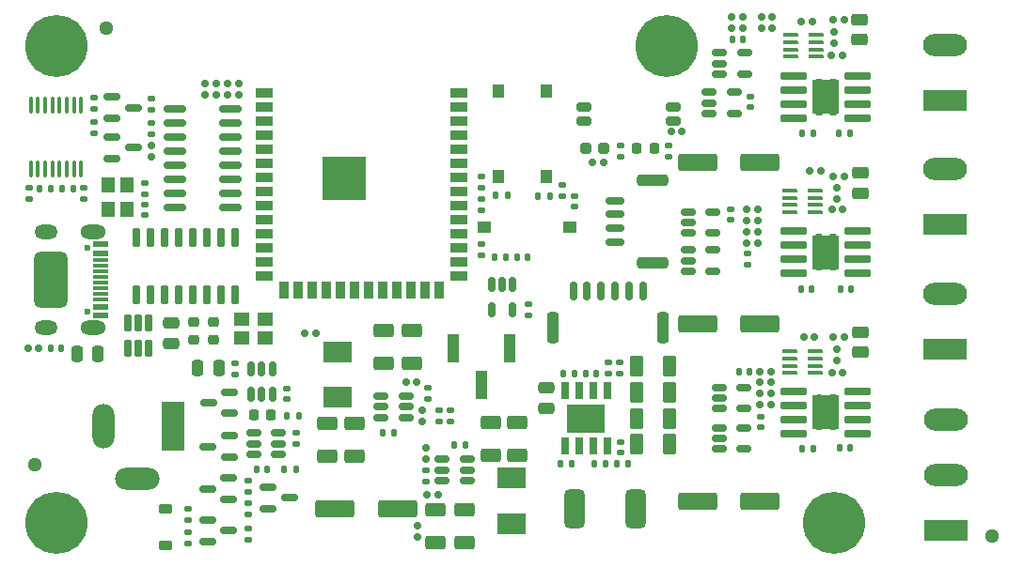
<source format=gbr>
%TF.GenerationSoftware,KiCad,Pcbnew,8.0.4*%
%TF.CreationDate,2025-02-12T19:06:00+01:00*%
%TF.ProjectId,SimpleLedController,53696d70-6c65-44c6-9564-436f6e74726f,A*%
%TF.SameCoordinates,Original*%
%TF.FileFunction,Soldermask,Top*%
%TF.FilePolarity,Negative*%
%FSLAX46Y46*%
G04 Gerber Fmt 4.6, Leading zero omitted, Abs format (unit mm)*
G04 Created by KiCad (PCBNEW 8.0.4) date 2025-02-12 19:06:00*
%MOMM*%
%LPD*%
G01*
G04 APERTURE LIST*
G04 Aperture macros list*
%AMRoundRect*
0 Rectangle with rounded corners*
0 $1 Rounding radius*
0 $2 $3 $4 $5 $6 $7 $8 $9 X,Y pos of 4 corners*
0 Add a 4 corners polygon primitive as box body*
4,1,4,$2,$3,$4,$5,$6,$7,$8,$9,$2,$3,0*
0 Add four circle primitives for the rounded corners*
1,1,$1+$1,$2,$3*
1,1,$1+$1,$4,$5*
1,1,$1+$1,$6,$7*
1,1,$1+$1,$8,$9*
0 Add four rect primitives between the rounded corners*
20,1,$1+$1,$2,$3,$4,$5,0*
20,1,$1+$1,$4,$5,$6,$7,0*
20,1,$1+$1,$6,$7,$8,$9,0*
20,1,$1+$1,$8,$9,$2,$3,0*%
G04 Aperture macros list end*
%ADD10RoundRect,0.135000X-0.135000X-0.185000X0.135000X-0.185000X0.135000X0.185000X-0.135000X0.185000X0*%
%ADD11RoundRect,0.140000X0.170000X-0.140000X0.170000X0.140000X-0.170000X0.140000X-0.170000X-0.140000X0*%
%ADD12R,1.000000X1.250000*%
%ADD13RoundRect,0.140000X-0.170000X0.140000X-0.170000X-0.140000X0.170000X-0.140000X0.170000X0.140000X0*%
%ADD14RoundRect,0.462500X-0.462500X-1.287500X0.462500X-1.287500X0.462500X1.287500X-0.462500X1.287500X0*%
%ADD15RoundRect,0.140000X0.140000X0.170000X-0.140000X0.170000X-0.140000X-0.170000X0.140000X-0.170000X0*%
%ADD16RoundRect,0.159000X-0.159000X-0.189000X0.159000X-0.189000X0.159000X0.189000X-0.159000X0.189000X0*%
%ADD17RoundRect,0.135000X-0.185000X0.135000X-0.185000X-0.135000X0.185000X-0.135000X0.185000X0.135000X0*%
%ADD18RoundRect,0.150000X-0.512500X-0.150000X0.512500X-0.150000X0.512500X0.150000X-0.512500X0.150000X0*%
%ADD19RoundRect,0.200000X0.450000X0.200000X-0.450000X0.200000X-0.450000X-0.200000X0.450000X-0.200000X0*%
%ADD20RoundRect,0.135000X0.185000X-0.135000X0.185000X0.135000X-0.185000X0.135000X-0.185000X-0.135000X0*%
%ADD21RoundRect,0.250000X-0.250000X-0.475000X0.250000X-0.475000X0.250000X0.475000X-0.250000X0.475000X0*%
%ADD22C,5.600000*%
%ADD23RoundRect,0.150000X-0.587500X-0.150000X0.587500X-0.150000X0.587500X0.150000X-0.587500X0.150000X0*%
%ADD24C,0.770000*%
%ADD25C,0.740000*%
%ADD26RoundRect,0.070000X-1.100000X-0.250000X1.100000X-0.250000X1.100000X0.250000X-1.100000X0.250000X0*%
%ADD27R,2.400000X3.100000*%
%ADD28RoundRect,0.159000X0.159000X0.189000X-0.159000X0.189000X-0.159000X-0.189000X0.159000X-0.189000X0*%
%ADD29RoundRect,0.135000X0.135000X0.185000X-0.135000X0.185000X-0.135000X-0.185000X0.135000X-0.185000X0*%
%ADD30RoundRect,0.266521X0.671479X-0.346479X0.671479X0.346479X-0.671479X0.346479X-0.671479X-0.346479X0*%
%ADD31C,1.296000*%
%ADD32RoundRect,0.250000X-0.475000X0.250000X-0.475000X-0.250000X0.475000X-0.250000X0.475000X0.250000X0*%
%ADD33RoundRect,0.266521X-0.671479X0.346479X-0.671479X-0.346479X0.671479X-0.346479X0.671479X0.346479X0*%
%ADD34RoundRect,0.266521X0.346479X0.671479X-0.346479X0.671479X-0.346479X-0.671479X0.346479X-0.671479X0*%
%ADD35RoundRect,0.159000X-0.189000X0.159000X-0.189000X-0.159000X0.189000X-0.159000X0.189000X0.159000X0*%
%ADD36RoundRect,0.159000X0.189000X-0.159000X0.189000X0.159000X-0.189000X0.159000X-0.189000X-0.159000X0*%
%ADD37RoundRect,0.150000X-0.150000X0.512500X-0.150000X-0.512500X0.150000X-0.512500X0.150000X0.512500X0*%
%ADD38RoundRect,0.150000X-0.825000X-0.150000X0.825000X-0.150000X0.825000X0.150000X-0.825000X0.150000X0*%
%ADD39RoundRect,0.140000X-0.140000X-0.170000X0.140000X-0.170000X0.140000X0.170000X-0.140000X0.170000X0*%
%ADD40R,2.500000X1.900000*%
%ADD41O,4.000000X2.000000*%
%ADD42O,2.000000X4.000000*%
%ADD43R,2.000000X4.500000*%
%ADD44O,3.960000X1.980000*%
%ADD45R,3.960000X1.980000*%
%ADD46RoundRect,0.100000X0.562500X0.100000X-0.562500X0.100000X-0.562500X-0.100000X0.562500X-0.100000X0*%
%ADD47RoundRect,0.150000X0.512500X0.150000X-0.512500X0.150000X-0.512500X-0.150000X0.512500X-0.150000X0*%
%ADD48RoundRect,0.225000X-0.375000X0.225000X-0.375000X-0.225000X0.375000X-0.225000X0.375000X0.225000X0*%
%ADD49RoundRect,0.267317X0.470683X-0.280683X0.470683X0.280683X-0.470683X0.280683X-0.470683X-0.280683X0*%
%ADD50RoundRect,0.225000X0.250000X-0.225000X0.250000X0.225000X-0.250000X0.225000X-0.250000X-0.225000X0*%
%ADD51C,0.600000*%
%ADD52R,3.900000X3.900000*%
%ADD53R,1.500000X0.900000*%
%ADD54R,0.900000X1.500000*%
%ADD55RoundRect,0.250000X1.500000X0.550000X-1.500000X0.550000X-1.500000X-0.550000X1.500000X-0.550000X0*%
%ADD56RoundRect,0.250000X-1.500000X-0.550000X1.500000X-0.550000X1.500000X0.550000X-1.500000X0.550000X0*%
%ADD57RoundRect,0.250000X0.250000X0.475000X-0.250000X0.475000X-0.250000X-0.475000X0.250000X-0.475000X0*%
%ADD58O,2.100000X1.300000*%
%ADD59O,2.300000X1.300000*%
%ADD60RoundRect,0.500000X-1.000000X2.000000X-1.000000X-2.000000X1.000000X-2.000000X1.000000X2.000000X0*%
%ADD61R,1.400000X0.500000*%
%ADD62R,1.400000X0.300000*%
%ADD63RoundRect,0.218750X0.218750X0.256250X-0.218750X0.256250X-0.218750X-0.256250X0.218750X-0.256250X0*%
%ADD64R,3.502000X2.613000*%
%ADD65R,0.802000X1.505000*%
%ADD66RoundRect,0.150000X0.587500X0.150000X-0.587500X0.150000X-0.587500X-0.150000X0.587500X-0.150000X0*%
%ADD67RoundRect,0.150000X0.150000X-0.650000X0.150000X0.650000X-0.150000X0.650000X-0.150000X-0.650000X0*%
%ADD68R,1.400000X1.200000*%
%ADD69RoundRect,0.239000X0.239000X0.274000X-0.239000X0.274000X-0.239000X-0.274000X0.239000X-0.274000X0*%
%ADD70RoundRect,0.250000X0.250000X1.150000X-0.250000X1.150000X-0.250000X-1.150000X0.250000X-1.150000X0*%
%ADD71RoundRect,0.150000X0.150000X0.700000X-0.150000X0.700000X-0.150000X-0.700000X0.150000X-0.700000X0*%
%ADD72RoundRect,0.218750X-0.218750X-0.256250X0.218750X-0.256250X0.218750X0.256250X-0.218750X0.256250X0*%
%ADD73R,1.250000X1.000000*%
%ADD74RoundRect,0.250000X0.475000X-0.250000X0.475000X0.250000X-0.475000X0.250000X-0.475000X-0.250000X0*%
%ADD75R,1.000000X2.510000*%
%ADD76R,1.200000X1.400000*%
%ADD77RoundRect,0.150000X-0.150000X0.725000X-0.150000X-0.725000X0.150000X-0.725000X0.150000X0.725000X0*%
%ADD78RoundRect,0.250000X-1.150000X0.250000X-1.150000X-0.250000X1.150000X-0.250000X1.150000X0.250000X0*%
%ADD79RoundRect,0.150000X-0.700000X0.150000X-0.700000X-0.150000X0.700000X-0.150000X0.700000X0.150000X0*%
%ADD80RoundRect,0.100000X-0.100000X0.637500X-0.100000X-0.637500X0.100000X-0.637500X0.100000X0.637500X0*%
G04 APERTURE END LIST*
D10*
%TO.C,R20*%
X133390600Y-100205000D03*
X132370600Y-100205000D03*
%TD*%
D11*
%TO.C,C87*%
X165484000Y-69882600D03*
X165484000Y-70842600D03*
%TD*%
D12*
%TO.C,SW4*%
X142852600Y-69406000D03*
X142852600Y-77156000D03*
%TD*%
D13*
%TO.C,C31*%
X111008133Y-80619000D03*
X111008133Y-79659000D03*
%TD*%
D14*
%TO.C,L3*%
X155203400Y-107088400D03*
X149653400Y-107088400D03*
%TD*%
D15*
%TO.C,C86*%
X170185600Y-73222202D03*
X171145600Y-73222202D03*
%TD*%
D16*
%TO.C,R34*%
X173834117Y-94812000D03*
X172834117Y-94812000D03*
%TD*%
D17*
%TO.C,R48*%
X153786600Y-75315000D03*
X153786600Y-74295000D03*
%TD*%
D18*
%TO.C,U32*%
X162156600Y-83761000D03*
X162156600Y-85661000D03*
X159881600Y-85661000D03*
X159881600Y-84711000D03*
X159881600Y-83761000D03*
%TD*%
D19*
%TO.C,S1*%
X150536600Y-72143000D03*
X150536600Y-70873000D03*
X158536600Y-70863000D03*
X158536600Y-72133000D03*
%TD*%
D20*
%TO.C,R13*%
X148588907Y-77851000D03*
X148588907Y-78871000D03*
%TD*%
D21*
%TO.C,C4*%
X117655600Y-94418000D03*
X115755600Y-94418000D03*
%TD*%
D22*
%TO.C,H1*%
X103000000Y-108317800D03*
%TD*%
D23*
%TO.C,Q9*%
X118520000Y-109069203D03*
X116645000Y-110019203D03*
X116645000Y-108119203D03*
%TD*%
D18*
%TO.C,U25*%
X164950600Y-96146000D03*
X164950600Y-98046000D03*
X162675600Y-98046000D03*
X162675600Y-97096000D03*
X162675600Y-96146000D03*
%TD*%
D17*
%TO.C,R3*%
X119141153Y-95015864D03*
X119141153Y-93995864D03*
%TD*%
D13*
%TO.C,C92*%
X163686100Y-81000000D03*
X163686100Y-80040000D03*
%TD*%
D16*
%TO.C,R45*%
X173959600Y-91569000D03*
X172959600Y-91569000D03*
%TD*%
D24*
%TO.C,U24*%
X172954251Y-99669612D03*
X172954251Y-98369612D03*
X172954251Y-97069612D03*
X171654251Y-99669612D03*
X171654251Y-98369612D03*
D25*
X171654251Y-97069612D03*
D26*
X175179251Y-96464612D03*
X175179251Y-97734612D03*
X175179251Y-99004612D03*
X175179251Y-100274612D03*
X169429251Y-100274612D03*
X169429251Y-99004612D03*
X169429251Y-97734612D03*
X169429251Y-96464612D03*
D27*
X172304251Y-98369612D03*
%TD*%
D28*
%TO.C,R27*%
X163815600Y-63756000D03*
X164815600Y-63756000D03*
%TD*%
D29*
%TO.C,R19*%
X138821888Y-101289800D03*
X139841888Y-101289800D03*
%TD*%
D10*
%TO.C,R9*%
X147426600Y-78869000D03*
X146406600Y-78869000D03*
%TD*%
D30*
%TO.C,C57*%
X139761800Y-107175800D03*
X139761800Y-110135800D03*
%TD*%
D20*
%TO.C,R1*%
X136257088Y-103632600D03*
X136257088Y-104652600D03*
%TD*%
D31*
%TO.C,REF\u002A\u002A*%
X187274200Y-109524800D03*
%TD*%
D11*
%TO.C,C1*%
X105505600Y-78163000D03*
X105505600Y-79123000D03*
%TD*%
D32*
%TO.C,C54*%
X147094400Y-98068000D03*
X147094400Y-96168000D03*
%TD*%
D33*
%TO.C,C7*%
X144513888Y-102220800D03*
X144513888Y-99260800D03*
%TD*%
D34*
%TO.C,C59*%
X155275600Y-96568000D03*
X158235600Y-96568000D03*
%TD*%
D23*
%TO.C,Q4*%
X123978100Y-106113000D03*
X122103100Y-107063000D03*
X122103100Y-105163000D03*
%TD*%
D20*
%TO.C,R25*%
X152730600Y-93883000D03*
X152730600Y-94903000D03*
%TD*%
D35*
%TO.C,R54*%
X167389000Y-95683800D03*
X167389000Y-94683800D03*
%TD*%
D36*
%TO.C,C27*%
X173069083Y-64068799D03*
X173069083Y-65068797D03*
%TD*%
D37*
%TO.C,U2*%
X122466600Y-96770500D03*
X121516600Y-96770500D03*
X120566600Y-96770500D03*
X120566600Y-94495500D03*
X121516600Y-94495500D03*
X122466600Y-94495500D03*
%TD*%
D38*
%TO.C,U18*%
X118657600Y-70995000D03*
X118657600Y-72265000D03*
X118657600Y-73535000D03*
X118657600Y-74805000D03*
X118657600Y-76075000D03*
X118657600Y-77345000D03*
X118657600Y-78615000D03*
X118657600Y-79885000D03*
X113707600Y-79885000D03*
X113707600Y-78615000D03*
X113707600Y-77345000D03*
X113707600Y-76075000D03*
X113707600Y-74805000D03*
X113707600Y-73535000D03*
X113707600Y-72265000D03*
X113707600Y-70995000D03*
%TD*%
D33*
%TO.C,C39*%
X132517555Y-93999663D03*
X132517555Y-91039663D03*
%TD*%
D39*
%TO.C,C55*%
X149654600Y-94871000D03*
X148694600Y-94871000D03*
%TD*%
D10*
%TO.C,R21*%
X152500600Y-102993000D03*
X151480600Y-102993000D03*
%TD*%
D20*
%TO.C,R17*%
X141328600Y-83185000D03*
X141328600Y-84205000D03*
%TD*%
D40*
%TO.C,L1*%
X128374600Y-92948000D03*
X128374600Y-97048000D03*
%TD*%
D30*
%TO.C,C51*%
X127419555Y-99391221D03*
X127419555Y-102351221D03*
%TD*%
D17*
%TO.C,R43*%
X124629100Y-101223000D03*
X124629100Y-100203000D03*
%TD*%
D41*
%TO.C,J1*%
X110288600Y-104362000D03*
D42*
X107288600Y-99662000D03*
D43*
X113488600Y-99662000D03*
%TD*%
D39*
%TO.C,C53*%
X151640600Y-94868000D03*
X150680600Y-94868000D03*
%TD*%
D31*
%TO.C,REF\u002A\u002A*%
X101041200Y-103073200D03*
%TD*%
D28*
%TO.C,R55*%
X166482600Y-62740000D03*
X167482600Y-62740000D03*
%TD*%
D44*
%TO.C,J5*%
X183071941Y-99024714D03*
X183071941Y-104024714D03*
D45*
X183071941Y-109024714D03*
%TD*%
D17*
%TO.C,C12*%
X137442400Y-99191000D03*
X137442400Y-98171000D03*
%TD*%
D11*
%TO.C,C13*%
X149710600Y-78897000D03*
X149710600Y-79857000D03*
%TD*%
D16*
%TO.C,R32*%
X167482600Y-63705200D03*
X166482600Y-63705200D03*
%TD*%
D46*
%TO.C,U7*%
X169045500Y-94830000D03*
X169045500Y-94180000D03*
X169045500Y-93530000D03*
X169045500Y-92880000D03*
X171320500Y-92880000D03*
X171320500Y-93530000D03*
X171320500Y-94180000D03*
X171320500Y-94830000D03*
%TD*%
D16*
%TO.C,R46*%
X173967600Y-62994000D03*
X172967600Y-62994000D03*
%TD*%
D47*
%TO.C,U5*%
X137732800Y-104525800D03*
X137732800Y-103575800D03*
X137732800Y-102625800D03*
X140007800Y-102625800D03*
X140007800Y-103575800D03*
X140007800Y-104525800D03*
%TD*%
D29*
%TO.C,R15*%
X142462478Y-84366511D03*
X143482478Y-84366511D03*
%TD*%
D36*
%TO.C,C28*%
X173281800Y-78115000D03*
X173281800Y-79115000D03*
%TD*%
D46*
%TO.C,U9*%
X169147100Y-66296202D03*
X169147100Y-65646202D03*
X169147100Y-64996202D03*
X169147100Y-64346202D03*
X171422100Y-64346202D03*
X171422100Y-64996202D03*
X171422100Y-65646202D03*
X171422100Y-66296202D03*
%TD*%
D48*
%TO.C,D4*%
X112880600Y-110365000D03*
X112880600Y-107065000D03*
%TD*%
D13*
%TO.C,C93*%
X165255400Y-85038600D03*
X165255400Y-84078600D03*
%TD*%
D39*
%TO.C,C90*%
X174602600Y-87251000D03*
X173642600Y-87251000D03*
%TD*%
D49*
%TO.C,R51*%
X175364600Y-62973000D03*
X175364600Y-64793000D03*
%TD*%
D37*
%TO.C,U8*%
X144097200Y-89130600D03*
X142197200Y-89130600D03*
X142197200Y-86855600D03*
X143147200Y-86855600D03*
X144097200Y-86855600D03*
%TD*%
D18*
%TO.C,U29*%
X165000000Y-65981000D03*
X165000000Y-67881000D03*
X162725000Y-67881000D03*
X162725000Y-66931000D03*
X162725000Y-65981000D03*
%TD*%
D12*
%TO.C,SW1*%
X147170600Y-69406000D03*
X147170600Y-77156000D03*
%TD*%
D39*
%TO.C,C44*%
X121996600Y-103507000D03*
X121036600Y-103507000D03*
%TD*%
D50*
%TO.C,C33*%
X115420600Y-90266000D03*
X115420600Y-91816000D03*
%TD*%
D36*
%TO.C,R26*%
X136257088Y-101610600D03*
X136257088Y-102610600D03*
%TD*%
D39*
%TO.C,C80*%
X174475600Y-101602000D03*
X173515600Y-101602000D03*
%TD*%
D10*
%TO.C,R18*%
X143616600Y-78804000D03*
X142596600Y-78804000D03*
%TD*%
D15*
%TO.C,C91*%
X170080100Y-87251000D03*
X171040100Y-87251000D03*
%TD*%
D51*
%TO.C,U22*%
X130362808Y-77992820D03*
X130362808Y-76592820D03*
X129662808Y-78692820D03*
X129662808Y-77292820D03*
X129662808Y-75892820D03*
X128962808Y-77992820D03*
D52*
X128962808Y-77292820D03*
D51*
X128962808Y-76592820D03*
X128262808Y-78692820D03*
X128262808Y-77292820D03*
X128262808Y-75892820D03*
X127562808Y-77992820D03*
X127562808Y-76592820D03*
D53*
X139212808Y-69572820D03*
X139212808Y-70842820D03*
X139212808Y-72112820D03*
X139212808Y-73382820D03*
X139212808Y-74652820D03*
X139212808Y-75922820D03*
X139212808Y-77192820D03*
X139212808Y-78462820D03*
X139212808Y-79732820D03*
X139212808Y-81002820D03*
X139212808Y-82272820D03*
X139212808Y-83542820D03*
X139212808Y-84812820D03*
X139212808Y-86082820D03*
D54*
X137447808Y-87332820D03*
X136177808Y-87332820D03*
X134907808Y-87332820D03*
X133637808Y-87332820D03*
X132367808Y-87332820D03*
X131097808Y-87332820D03*
X129827808Y-87332820D03*
X128557808Y-87332820D03*
X127287808Y-87332820D03*
X126017808Y-87332820D03*
X124747808Y-87332820D03*
X123477808Y-87332820D03*
D53*
X121712808Y-86082820D03*
X121712808Y-84812820D03*
X121712808Y-83542820D03*
X121712808Y-82272820D03*
X121712808Y-81002820D03*
X121712808Y-79732820D03*
X121712808Y-78462820D03*
X121712808Y-77192820D03*
X121712808Y-75922820D03*
X121712808Y-74652820D03*
X121712808Y-73382820D03*
X121712808Y-72112820D03*
X121712808Y-70842820D03*
X121712808Y-69572820D03*
%TD*%
D49*
%TO.C,R50*%
X175447057Y-91167000D03*
X175447057Y-92987000D03*
%TD*%
D36*
%TO.C,R57*%
X166220600Y-82118000D03*
X166220600Y-83118000D03*
%TD*%
D55*
%TO.C,C79*%
X160753600Y-106428000D03*
X166353600Y-106428000D03*
%TD*%
D30*
%TO.C,C8*%
X129880600Y-99413000D03*
X129880600Y-102373000D03*
%TD*%
D17*
%TO.C,R22*%
X106407816Y-70997000D03*
X106407816Y-69977000D03*
%TD*%
D15*
%TO.C,C81*%
X170185600Y-101641612D03*
X171145600Y-101641612D03*
%TD*%
D16*
%TO.C,R49*%
X173959600Y-77091000D03*
X172959600Y-77091000D03*
%TD*%
D10*
%TO.C,R28*%
X124566600Y-103507000D03*
X123546600Y-103507000D03*
%TD*%
D34*
%TO.C,C49*%
X155275600Y-98918000D03*
X158235600Y-98918000D03*
%TD*%
D28*
%TO.C,C23*%
X170300600Y-91569000D03*
X171300600Y-91569000D03*
%TD*%
%TO.C,C40*%
X134478600Y-95633000D03*
X135478600Y-95633000D03*
%TD*%
D33*
%TO.C,C9*%
X142131888Y-102220800D03*
X142131888Y-99260800D03*
%TD*%
D39*
%TO.C,C88*%
X164821000Y-64746600D03*
X163861000Y-64746600D03*
%TD*%
D16*
%TO.C,R37*%
X173824600Y-66169000D03*
X172824600Y-66169000D03*
%TD*%
D39*
%TO.C,C3*%
X103470600Y-92585000D03*
X102510600Y-92585000D03*
%TD*%
D10*
%TO.C,R31*%
X154532600Y-102993000D03*
X153512600Y-102993000D03*
%TD*%
D46*
%TO.C,U10*%
X169034783Y-80339861D03*
X169034783Y-79689861D03*
X169034783Y-79039861D03*
X169034783Y-78389861D03*
X171309783Y-78389861D03*
X171309783Y-79039861D03*
X171309783Y-79689861D03*
X171309783Y-80339861D03*
%TD*%
D16*
%TO.C,C25*%
X171823000Y-76581000D03*
X170823000Y-76581000D03*
%TD*%
D11*
%TO.C,C46*%
X153855600Y-101038000D03*
X153855600Y-101998000D03*
%TD*%
D56*
%TO.C,C29*%
X133714600Y-107063000D03*
X128114600Y-107063000D03*
%TD*%
D17*
%TO.C,R36*%
X111610600Y-73285000D03*
X111610600Y-72265000D03*
%TD*%
D49*
%TO.C,R52*%
X175447057Y-76816000D03*
X175447057Y-78636000D03*
%TD*%
D57*
%TO.C,C45*%
X104869400Y-93093000D03*
X106769400Y-93093000D03*
%TD*%
D17*
%TO.C,R42*%
X120325100Y-105541000D03*
X120325100Y-104521000D03*
%TD*%
%TO.C,R39*%
X120325100Y-107573000D03*
X120325100Y-106553000D03*
%TD*%
D58*
%TO.C,J3*%
X102125000Y-90772800D03*
D59*
X106325000Y-90772800D03*
D51*
X101505000Y-88442800D03*
X103505000Y-88442800D03*
D60*
X102505000Y-86442800D03*
D51*
X101505000Y-84442800D03*
X103505000Y-84442800D03*
D58*
X102125000Y-82112800D03*
D59*
X106325000Y-82112800D03*
D61*
X107005000Y-83242800D03*
X107005000Y-84042800D03*
D62*
X107005000Y-84692800D03*
X107005000Y-85692800D03*
X107005000Y-87192800D03*
X107005000Y-88192800D03*
D61*
X107005000Y-89642800D03*
X107005000Y-88842800D03*
D62*
X107005000Y-87692800D03*
X107005000Y-86692800D03*
X107005000Y-86192800D03*
X107005000Y-85192800D03*
D51*
X105805000Y-89332800D03*
X105805000Y-83552800D03*
%TD*%
D35*
%TO.C,R58*%
X166220600Y-81094450D03*
X166220600Y-80094450D03*
%TD*%
D16*
%TO.C,R12*%
X159354600Y-73027000D03*
X158354600Y-73027000D03*
%TD*%
D63*
%TO.C,D2*%
X120771756Y-98591914D03*
X122346756Y-98591914D03*
%TD*%
D64*
%TO.C,U20*%
X150726600Y-98935000D03*
D65*
X148821600Y-96437500D03*
X150091600Y-96437500D03*
X151361600Y-96437500D03*
X152631600Y-96437500D03*
X152631600Y-101432500D03*
X151361600Y-101432500D03*
X150091600Y-101432500D03*
X148821600Y-101432500D03*
%TD*%
D66*
%TO.C,Q10*%
X116690600Y-101475000D03*
X118565600Y-100525000D03*
X118565600Y-102425000D03*
%TD*%
D36*
%TO.C,R53*%
X167389000Y-96707800D03*
X167389000Y-97707800D03*
%TD*%
D22*
%TO.C,H4*%
X103000000Y-65317800D03*
%TD*%
D23*
%TO.C,Q7*%
X109929600Y-74516000D03*
X108054600Y-75466000D03*
X108054600Y-73566000D03*
%TD*%
D18*
%TO.C,U28*%
X164061600Y-69537000D03*
X164061600Y-71437000D03*
X161786600Y-71437000D03*
X161786600Y-70487000D03*
X161786600Y-69537000D03*
%TD*%
D17*
%TO.C,R35*%
X111610600Y-71098600D03*
X111610600Y-70078600D03*
%TD*%
D67*
%TO.C,U4*%
X109456600Y-90299000D03*
X110406600Y-90299000D03*
X111356600Y-90299000D03*
X111356600Y-92599000D03*
X110406600Y-92599000D03*
X109456600Y-92599000D03*
%TD*%
D16*
%TO.C,C5*%
X126410800Y-91264200D03*
X125410800Y-91264200D03*
%TD*%
D23*
%TO.C,Q6*%
X109929600Y-70894000D03*
X108054600Y-71844000D03*
X108054600Y-69944000D03*
%TD*%
D20*
%TO.C,R16*%
X141328600Y-79151000D03*
X141328600Y-80171000D03*
%TD*%
D28*
%TO.C,C24*%
X170089400Y-63146400D03*
X171089400Y-63146400D03*
%TD*%
D36*
%TO.C,C22*%
X116436600Y-68717000D03*
X116436600Y-69717000D03*
%TD*%
D35*
%TO.C,R11*%
X135994600Y-99225663D03*
X135994600Y-98225663D03*
%TD*%
D15*
%TO.C,C16*%
X144506200Y-84355400D03*
X145466200Y-84355400D03*
%TD*%
D13*
%TO.C,C2*%
X123777200Y-97223105D03*
X123777200Y-96263105D03*
%TD*%
D36*
%TO.C,C18*%
X117452600Y-68725000D03*
X117452600Y-69725000D03*
%TD*%
D34*
%TO.C,C60*%
X155275600Y-94218000D03*
X158235600Y-94218000D03*
%TD*%
D35*
%TO.C,R33*%
X165204600Y-83118000D03*
X165204600Y-82118000D03*
%TD*%
D17*
%TO.C,R24*%
X153746600Y-94903000D03*
X153746600Y-93883000D03*
%TD*%
D39*
%TO.C,C50*%
X149400600Y-102999000D03*
X148440600Y-102999000D03*
%TD*%
D40*
%TO.C,L2*%
X144021000Y-108401800D03*
X144021000Y-104301800D03*
%TD*%
D29*
%TO.C,R6*%
X101520600Y-78193000D03*
X102540600Y-78193000D03*
%TD*%
D68*
%TO.C,Y2*%
X119654600Y-89982400D03*
X121854600Y-89982400D03*
X121854600Y-91682400D03*
X119654600Y-91682400D03*
%TD*%
D20*
%TO.C,R23*%
X106418447Y-72211259D03*
X106418447Y-73231259D03*
%TD*%
D17*
%TO.C,R4*%
X100530600Y-79153000D03*
X100530600Y-78133000D03*
%TD*%
D13*
%TO.C,C83*%
X166474600Y-99719800D03*
X166474600Y-98759800D03*
%TD*%
D69*
%TO.C,D3*%
X150726600Y-74551000D03*
X152306600Y-74551000D03*
%TD*%
D34*
%TO.C,C48*%
X155275600Y-101268000D03*
X158235600Y-101268000D03*
%TD*%
D16*
%TO.C,C6*%
X137409000Y-105843800D03*
X136409000Y-105843800D03*
%TD*%
D39*
%TO.C,C85*%
X174447600Y-73222202D03*
X173487600Y-73222202D03*
%TD*%
D55*
%TO.C,C84*%
X160753600Y-75821000D03*
X166353600Y-75821000D03*
%TD*%
D66*
%TO.C,Q3*%
X116718300Y-97526700D03*
X118593300Y-96576700D03*
X118593300Y-98476700D03*
%TD*%
D33*
%TO.C,C10*%
X135054800Y-93999663D03*
X135054800Y-91039663D03*
%TD*%
D11*
%TO.C,C30*%
X111008133Y-77726600D03*
X111008133Y-78686600D03*
%TD*%
D16*
%TO.C,R38*%
X173834117Y-80093000D03*
X172834117Y-80093000D03*
%TD*%
D36*
%TO.C,C21*%
X111610600Y-74297000D03*
X111610600Y-75297000D03*
%TD*%
D35*
%TO.C,C58*%
X135537400Y-109595000D03*
X135537400Y-108595000D03*
%TD*%
D36*
%TO.C,R2*%
X166373000Y-94683800D03*
X166373000Y-95683800D03*
%TD*%
D70*
%TO.C,J6*%
X147707400Y-90759200D03*
X157657400Y-90759200D03*
D71*
X149557400Y-87409200D03*
X150807400Y-87409200D03*
X152057400Y-87409200D03*
X153307400Y-87409200D03*
X154557400Y-87409200D03*
X155807400Y-87409200D03*
%TD*%
D72*
%TO.C,D1*%
X156860100Y-74551000D03*
X155285100Y-74551000D03*
%TD*%
D36*
%TO.C,R29*%
X165204600Y-80086450D03*
X165204600Y-81086450D03*
%TD*%
D73*
%TO.C,SW3*%
X149267600Y-81663000D03*
X141517600Y-81663000D03*
%TD*%
D44*
%TO.C,J14*%
X183061941Y-76474898D03*
D45*
X183061941Y-81474898D03*
%TD*%
D22*
%TO.C,H2*%
X158000000Y-65317800D03*
%TD*%
D31*
%TO.C,REF\u002A\u002A*%
X107467400Y-63703200D03*
%TD*%
D10*
%TO.C,R5*%
X104508600Y-78193000D03*
X103488600Y-78193000D03*
%TD*%
D74*
%TO.C,C43*%
X113388600Y-90299000D03*
X113388600Y-92199000D03*
%TD*%
D18*
%TO.C,U6*%
X134538555Y-96947663D03*
X134538555Y-97897663D03*
X134538555Y-98847663D03*
X132263555Y-98847663D03*
X132263555Y-97897663D03*
X132263555Y-96947663D03*
%TD*%
D75*
%TO.C,J4*%
X138788600Y-92638000D03*
X141328600Y-95948000D03*
X143868600Y-92638000D03*
%TD*%
D28*
%TO.C,R59*%
X100450600Y-92585000D03*
X101450600Y-92585000D03*
%TD*%
D44*
%TO.C,J13*%
X183061941Y-65229990D03*
D45*
X183061941Y-70229990D03*
%TD*%
D47*
%TO.C,U1*%
X120765600Y-102171000D03*
X120765600Y-101221000D03*
X120765600Y-100271000D03*
X123040600Y-100271000D03*
X123040600Y-101221000D03*
X123040600Y-102171000D03*
%TD*%
D20*
%TO.C,R41*%
X120327100Y-108839000D03*
X120327100Y-109859000D03*
%TD*%
D13*
%TO.C,C17*%
X141328600Y-78107000D03*
X141328600Y-77147000D03*
%TD*%
D44*
%TO.C,J12*%
X183061941Y-87719806D03*
D45*
X183061941Y-92719806D03*
%TD*%
D17*
%TO.C,R40*%
X114912600Y-108079000D03*
X114912600Y-107059000D03*
%TD*%
D11*
%TO.C,C15*%
X145502800Y-88658700D03*
X145502800Y-89618700D03*
%TD*%
D24*
%TO.C,U27*%
X172954251Y-71249000D03*
X172954251Y-69949000D03*
X172954251Y-68649000D03*
X171654251Y-71249000D03*
X171654251Y-69949000D03*
X171654251Y-68649000D03*
D26*
X175179251Y-68044000D03*
X175179251Y-69314000D03*
X175179251Y-70584000D03*
X175179251Y-71854000D03*
X169429251Y-71854000D03*
X169429251Y-70584000D03*
X169429251Y-69314000D03*
X169429251Y-68044000D03*
D27*
X172304251Y-69949000D03*
%TD*%
D22*
%TO.C,H3*%
X173000000Y-108317800D03*
%TD*%
D76*
%TO.C,Y1*%
X107633400Y-80068600D03*
X107633400Y-77868600D03*
X109333400Y-77868600D03*
X109333400Y-80068600D03*
%TD*%
D16*
%TO.C,R56*%
X164823600Y-62740000D03*
X163823600Y-62740000D03*
%TD*%
D18*
%TO.C,U26*%
X164950600Y-99768000D03*
X164950600Y-101668000D03*
X162675600Y-101668000D03*
X162675600Y-100718000D03*
X162675600Y-99768000D03*
%TD*%
D66*
%TO.C,Q5*%
X116660948Y-105273693D03*
X118535948Y-104323693D03*
X118535948Y-106223693D03*
%TD*%
D77*
%TO.C,U19*%
X119103600Y-87794000D03*
X117833600Y-87794000D03*
X116563600Y-87794000D03*
X115293600Y-87794000D03*
X114023600Y-87794000D03*
X112753600Y-87794000D03*
X111483600Y-87794000D03*
X110213600Y-87794000D03*
X110213600Y-82644000D03*
X111483600Y-82644000D03*
X112753600Y-82644000D03*
X114023600Y-82644000D03*
X115293600Y-82644000D03*
X116563600Y-82644000D03*
X117833600Y-82644000D03*
X119103600Y-82644000D03*
%TD*%
D10*
%TO.C,R7*%
X124820600Y-98681000D03*
X123800600Y-98681000D03*
%TD*%
D18*
%TO.C,U31*%
X162156600Y-80332000D03*
X162156600Y-82232000D03*
X159881600Y-82232000D03*
X159881600Y-81282000D03*
X159881600Y-80332000D03*
%TD*%
D17*
%TO.C,R47*%
X158104600Y-75313000D03*
X158104600Y-74293000D03*
%TD*%
D35*
%TO.C,R30*%
X166373000Y-97707800D03*
X166373000Y-96707800D03*
%TD*%
D30*
%TO.C,C52*%
X137133550Y-107175800D03*
X137133550Y-110135800D03*
%TD*%
D36*
%TO.C,C26*%
X173332600Y-92720000D03*
X173332600Y-93720000D03*
%TD*%
D15*
%TO.C,C82*%
X164470600Y-94744000D03*
X165430600Y-94744000D03*
%TD*%
D24*
%TO.C,U30*%
X172954251Y-85242520D03*
X172954251Y-83942520D03*
X172954251Y-82642520D03*
X171654251Y-85242520D03*
X171654251Y-83942520D03*
X171654251Y-82642520D03*
D26*
X175179251Y-82037520D03*
X175179251Y-83307520D03*
X175179251Y-84577520D03*
X175179251Y-85847520D03*
X169429251Y-85847520D03*
X169429251Y-84577520D03*
X169429251Y-83307520D03*
X169429251Y-82037520D03*
D27*
X172304251Y-83942520D03*
%TD*%
D17*
%TO.C,R44*%
X114912600Y-110239000D03*
X114912600Y-109219000D03*
%TD*%
D28*
%TO.C,R8*%
X151254600Y-75821000D03*
X152254600Y-75821000D03*
%TD*%
D55*
%TO.C,C89*%
X160753600Y-90426000D03*
X166353600Y-90426000D03*
%TD*%
D36*
%TO.C,C19*%
X118468600Y-68725000D03*
X118468600Y-69725000D03*
%TD*%
D17*
%TO.C,R10*%
X136502600Y-97159000D03*
X136502600Y-96139000D03*
%TD*%
D50*
%TO.C,C32*%
X117198600Y-90264000D03*
X117198600Y-91814000D03*
%TD*%
D17*
%TO.C,C11*%
X138534600Y-99191000D03*
X138534600Y-98171000D03*
%TD*%
D36*
%TO.C,C20*%
X119484600Y-68733000D03*
X119484600Y-69733000D03*
%TD*%
D78*
%TO.C,J2*%
X156698600Y-84880000D03*
X156698600Y-77430000D03*
D79*
X153348600Y-83030000D03*
X153348600Y-81780000D03*
X153348600Y-80530000D03*
X153348600Y-79280000D03*
%TD*%
D80*
%TO.C,U3*%
X105249600Y-76397500D03*
X104599600Y-76397500D03*
X103949600Y-76397500D03*
X103299600Y-76397500D03*
X102649600Y-76397500D03*
X101999600Y-76397500D03*
X101349600Y-76397500D03*
X100699600Y-76397500D03*
X100699600Y-70672500D03*
X101349600Y-70672500D03*
X101999600Y-70672500D03*
X102649600Y-70672500D03*
X103299600Y-70672500D03*
X103949600Y-70672500D03*
X104599600Y-70672500D03*
X105249600Y-70672500D03*
%TD*%
M02*

</source>
